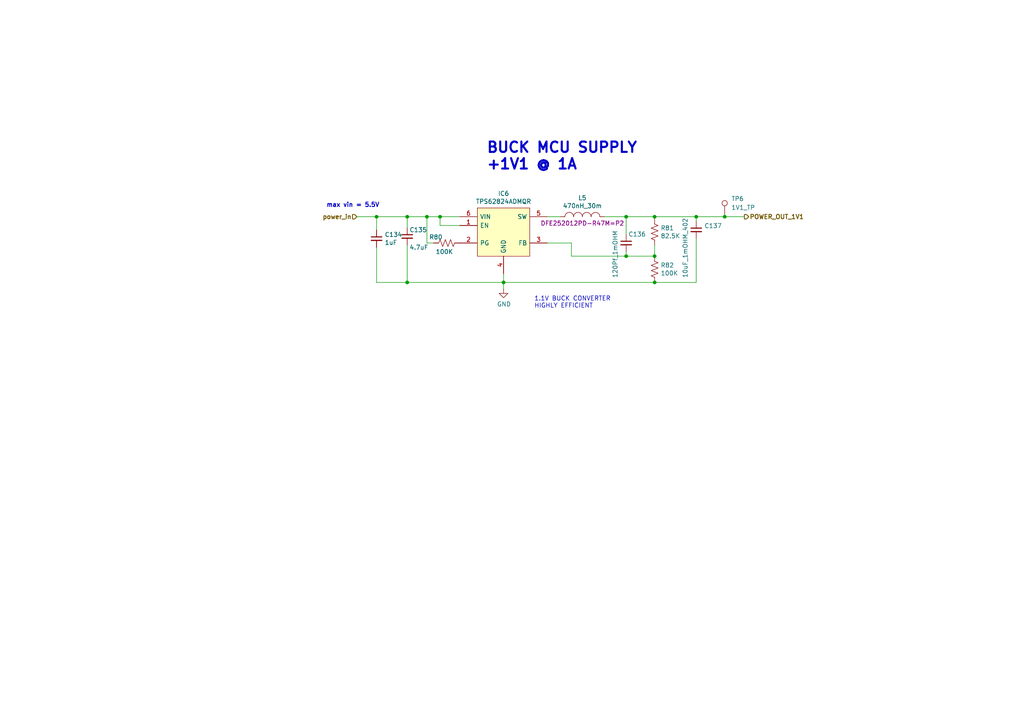
<source format=kicad_sch>
(kicad_sch (version 20211123) (generator eeschema)
  (paper "A4")
  (title_block (title "USB HUB ") (date "2022-08-30") (rev "1.0") (company "N/A") (comment 2 "Reviewed by: ") (comment 3 "Designer by: Robert Mutura"))
  (lib_symbols
    (symbol "Connector:TestPoint" (pin_numbers hide) (pin_names (offset 0.762) hide)
      (property "Reference" "TP" (at 0 6.858 0))
      (property "Value" "TestPoint" (at 0 5.08 0))
      (symbol "TestPoint_0_1"
        (circle (center 0 3.302) (radius 0.762))
      )
      (symbol "TestPoint_1_1"
        (pin passive line (at 0 0 90) (length 2.54) (name "1") (number "1"))
      )
    )
    (symbol "Device:C_Small" (pin_numbers hide) (pin_names (offset 0.254) hide)
      (property "Reference" "C" (at 0.254 1.778 0))
      (property "Value" "C_Small" (at 0.254 -2.032 0))
      (symbol "C_Small_0_1"
        (polyline (pts (xy -1.524 -0.508) (xy 1.524 -0.508)) (stroke (width 0.3302)))
        (polyline (pts (xy -1.524 0.508) (xy 1.524 0.508)) (stroke (width 0.3048)))
      )
      (symbol "C_Small_1_1"
        (pin passive line (at 0 2.54 270) (length 2.032) (name "~") (number "1"))
        (pin passive line (at 0 -2.54 90) (length 2.032) (name "~") (number "2"))
      )
    )
    (symbol "Device:R_US" (pin_numbers hide) (pin_names (offset 0))
      (property "Reference" "R" (at 2.54 0 90))
      (property "Value" "R_US" (at -2.54 0 90))
      (symbol "R_US_0_1"
        (polyline (pts (xy 0 -2.286) (xy 0 -2.54)))
        (polyline (pts (xy 0 2.286) (xy 0 2.54)))
        (polyline (pts (xy 0 -0.762) (xy 1.016 -1.143) (xy 0 -1.524) (xy -1.016 -1.905) (xy 0 -2.286)))
        (polyline (pts (xy 0 0.762) (xy 1.016 0.381) (xy 0 0) (xy -1.016 -0.381) (xy 0 -0.762)))
        (polyline (pts (xy 0 2.286) (xy 1.016 1.905) (xy 0 1.524) (xy -1.016 1.143) (xy 0 0.762)))
      )
      (symbol "R_US_1_1"
        (pin passive line (at 0 3.81 270) (length 1.27) (name "~") (number "1"))
        (pin passive line (at 0 -3.81 90) (length 1.27) (name "~") (number "2"))
      )
    )
    (symbol "USB_C_HUB-rescue:GND-OLIMEX_Power" (power) (pin_names (offset 0))
      (property "Value" "GND-OLIMEX_Power" (at 0 -3.81 0))
      (symbol "GND-OLIMEX_Power_0_1"
        (polyline (pts (xy 0 0) (xy 0 -1.27) (xy 1.27 -1.27) (xy 0 -2.54) (xy -1.27 -1.27) (xy 0 -1.27)))
      )
      (symbol "GND-OLIMEX_Power_1_1"
        (pin power_in line (at 0 0 270) (length 0) hide (name "GND") (number "1"))
      )
    )
    (symbol "USB_C_HUB-rescue:INDUCTOR_SMALL-OLIMEX_RCL" (pin_numbers hide) (pin_names (offset 0) hide)
      (property "Reference" "L" (at 0 2.54 0))
      (property "Value" "INDUCTOR_SMALL-OLIMEX_RCL" (at 0 -1.27 0))
      (symbol "INDUCTOR_SMALL-OLIMEX_RCL_0_1"
        (arc (start -2.54 0) (mid -3.81 1.27) (end -5.08 0))
        (arc (start 0 0) (mid -1.27 1.27) (end -2.54 0))
        (arc (start 2.54 0) (mid 1.27 1.27) (end 0 0))
        (arc (start 5.08 0) (mid 3.81 1.27) (end 2.54 0))
      )
      (symbol "INDUCTOR_SMALL-OLIMEX_RCL_1_1"
        (pin input line (at -6.35 0 0) (length 1.27) (name "1") (number "1"))
        (pin input line (at 6.35 0 180) (length 1.27) (name "2") (number "2"))
      )
    )
    (symbol "USB_C_HUB-rescue:TPS62824ADMQR-SamacSys_Parts" (pin_names (offset 0.762))
      (property "Reference" "IC" (at 21.59 7.62 0))
      (property "Value" "TPS62824ADMQR-SamacSys_Parts" (at 21.59 5.08 0))
      (symbol "TPS62824ADMQR-SamacSys_Parts_0_0"
        (pin passive line (at 0 -2.54 0) (length 5.08) (name "EN") (number "1"))
        (pin passive line (at 0 -7.62 0) (length 5.08) (name "PG") (number "2"))
        (pin passive line (at 25.4 -7.62 180) (length 5.08) (name "FB") (number "3"))
        (pin passive line (at 12.7 -16.51 90) (length 5.08) (name "GND") (number "4"))
        (pin passive line (at 25.4 0 180) (length 5.08) (name "SW") (number "5"))
        (pin passive line (at 0 0 0) (length 5.08) (name "VIN") (number "6"))
      )
      (symbol "TPS62824ADMQR-SamacSys_Parts_0_1"
        (polyline (pts (xy 5.08 2.54) (xy 20.32 2.54) (xy 20.32 -11.43) (xy 5.08 -11.43) (xy 5.08 2.54)) (stroke (width 0.1524)) (fill (type background)))
      )
    )
  )
  (junction (at 127.635 62.865))
  (junction (at 189.865 74.295))
  (junction (at 123.825 62.865))
  (junction (at 181.61 74.295))
  (junction (at 109.22 62.865))
  (junction (at 118.11 62.865))
  (junction (at 189.865 81.915))
  (junction (at 189.865 62.865))
  (junction (at 201.93 62.865))
  (junction (at 146.05 81.915))
  (junction (at 118.11 81.915))
  (junction (at 181.61 62.865))
  (junction (at 210.185 62.865))
  (wire (pts (xy 181.61 74.295) (xy 165.735 74.295)))
  (wire (pts (xy 109.22 62.865) (xy 118.11 62.865)))
  (wire (pts (xy 125.73 70.485) (xy 123.825 70.485)))
  (wire (pts (xy 189.865 62.865) (xy 189.865 63.5)))
  (wire (pts (xy 118.11 66.04) (xy 118.11 62.865)))
  (wire (pts (xy 109.22 66.675) (xy 109.22 62.865)))
  (wire (pts (xy 181.61 62.865) (xy 189.865 62.865)))
  (wire (pts (xy 175.26 62.865) (xy 181.61 62.865)))
  (wire (pts (xy 118.11 71.12) (xy 118.11 81.915)))
  (wire (pts (xy 165.735 70.485) (xy 158.75 70.485)))
  (wire (pts (xy 189.865 62.865) (xy 201.93 62.865)))
  (wire (pts (xy 109.22 81.915) (xy 118.11 81.915)))
  (wire (pts (xy 146.05 81.915) (xy 189.865 81.915)))
  (wire (pts (xy 146.05 83.82) (xy 146.05 81.915)))
  (wire (pts (xy 109.22 71.755) (xy 109.22 81.915)))
  (wire (pts (xy 165.735 74.295) (xy 165.735 70.485)))
  (wire (pts (xy 201.93 62.865) (xy 210.185 62.865)))
  (wire (pts (xy 210.185 62.865) (xy 215.9 62.865)))
  (wire (pts (xy 123.825 70.485) (xy 123.825 62.865)))
  (wire (pts (xy 189.865 81.915) (xy 201.93 81.915)))
  (wire (pts (xy 127.635 65.405) (xy 127.635 62.865)))
  (wire (pts (xy 210.185 62.23) (xy 210.185 62.865)))
  (wire (pts (xy 123.825 62.865) (xy 127.635 62.865)))
  (wire (pts (xy 181.61 73.025) (xy 181.61 74.295)))
  (wire (pts (xy 181.61 67.945) (xy 181.61 62.865)))
  (wire (pts (xy 189.865 71.12) (xy 189.865 74.295)))
  (wire (pts (xy 133.35 65.405) (xy 127.635 65.405)))
  (wire (pts (xy 118.11 62.865) (xy 123.825 62.865)))
  (wire (pts (xy 181.61 74.295) (xy 189.865 74.295)))
  (wire (pts (xy 201.93 64.135) (xy 201.93 62.865)))
  (wire (pts (xy 103.505 62.865) (xy 109.22 62.865)))
  (wire (pts (xy 127.635 62.865) (xy 133.35 62.865)))
  (wire (pts (xy 201.93 81.915) (xy 201.93 69.215)))
  (wire (pts (xy 146.05 81.915) (xy 118.11 81.915)))
  (wire (pts (xy 146.05 81.915) (xy 146.05 79.375)))
  (wire (pts (xy 158.75 62.865) (xy 162.56 62.865)))
  (text "BUCK MCU SUPPLY \n+1V1 @ 1A\n" (at 140.97 49.53 0) (effects (font (size 3 3) (thickness 0.6) bold) (justify left bottom)))
  (text "max vin = 5.5V\n" (at 94.615 60.325 0) (effects (font (size 1.27 1.27) bold) (justify left bottom)))
  (text "1.1V BUCK CONVERTER\nHIGHLY EFFICIENT\n" (at 154.94 89.535 0) (effects (font (size 1.27 1.27)) (justify left bottom)))
  (hierarchical_label "POWER_OUT_1V1" (shape output) (at 215.9 62.865 0) (effects (font bold)))
  (hierarchical_label "power_in" (shape input) (at 103.505 62.865 180) (effects (font bold)))
  (symbol (lib_id "Device:C_Small") (at 118.11 68.58 0) (unit 1)
    (property "Reference" "C135" (at 118.745 66.675 0) (effects (justify left)))
    (property "Value" "4.7uF" (at 118.745 71.755 0) (effects (justify left)))
    (property "Footprint" "Capacitor_SMD:C_0402_1005Metric" (effects hide))
    (property "Mfr No." " GRM155R60J475ME87D" (effects hide))
  )
  (symbol (lib_id "Device:R_US") (at 129.54 70.485 90) (unit 1)
    (property "Reference" "R80" (at 128.3716 68.7578 90) (effects (justify left)))
    (property "Value" "100K" (at 131.445 73.025 90) (effects (justify left)))
    (property "Footprint" "Resistor_SMD:R_0603_1608Metric" (effects hide))
  )
  (symbol (lib_id "Device:R_US") (at 189.865 78.105 0) (unit 1)
    (property "Reference" "R82" (at 191.5922 76.9366 0) (effects (justify left)))
    (property "Value" "100K" (at 191.5922 79.248 0) (effects (justify left)))
    (property "Footprint" "Resistor_SMD:R_0603_1608Metric" (effects hide))
    (property "Mfr No." "0603WAJ0104T5E" (effects hide))
  )
  (symbol (lib_id "USB_C_HUB-rescue:TPS62824ADMQR-SamacSys_Parts") (at 133.35 62.865 0) (unit 1)
    (property "Reference" "IC6" (at 146.05 56.134 0))
    (property "Value" "TPS62824ADMQR" (at 146.05 58.4454 0))
    (property "Footprint" "greencharge-footprints:TPS62824ADMQR" (effects hide))
    (property "Description" "Switching Voltage Regulators 2.4-V to 5.5-V input, 1-A step-down converter with forced PWM in 1.5-mm 1.5-mm QFN package 6-VSON-HR -40 to 125" (effects hide))
    (property "Height" "1" (effects hide))
    (property "Manufacturer_Name" "Texas Instruments" (effects hide))
    (property "Manufacturer_Part_Number" "TPS62824ADMQR" (effects hide))
  )
  (symbol (lib_id "USB_C_HUB-rescue:GND-OLIMEX_Power") (at 146.05 83.82 0) (unit 1)
    (property "Reference" "#PWR0168" (effects hide))
    (property "Value" "GND" (at 146.177 88.2142 0))
  )
  (symbol (lib_id "Connector:TestPoint") (at 210.185 62.23 0) (unit 1)
    (property "Reference" "TP6" (at 212.09 57.6579 0) (effects (justify left)))
    (property "Value" "1V1_TP" (at 212.09 60.1979 0) (effects (justify left)))
    (property "Footprint" "brilliant-kicad-library:TestPoint_Pad_D0.9mm" (effects hide))
  )
  (symbol (lib_id "Device:C_Small") (at 201.93 66.675 0) (unit 1)
    (property "Reference" "C137" (at 204.2668 65.5066 0) (effects (justify left)))
    (property "Value" "10uF_1mOHM_402" (at 198.755 80.645 90) (effects (justify left)))
    (property "Footprint" "Capacitor_SMD:C_0402_1005Metric" (effects hide))
    (property "Mfr No." "GRM155R60G106ME44D" (effects hide))
  )
  (symbol (lib_id "USB_C_HUB-rescue:INDUCTOR_SMALL-OLIMEX_RCL") (at 168.91 62.865 0) (unit 1)
    (property "Reference" "L5" (at 168.91 57.404 0))
    (property "Value" "470nH_30m" (at 168.91 59.7154 0))
    (property "Footprint" "greencharge-footprints:DFE252012PD-xxx" (effects hide))
    (property "Mfr No." "DFE252012PD-R47M=P2" (at 168.91 64.77 0))
  )
  (symbol (lib_id "Device:C_Small") (at 109.22 69.215 0) (unit 1)
    (property "Reference" "C134" (at 111.5568 68.0466 0) (effects (justify left)))
    (property "Value" "1uF" (at 111.5568 70.358 0) (effects (justify left)))
    (property "Footprint" "Capacitor_SMD:C_0402_1005Metric" (effects hide))
  )
  (symbol (lib_id "Device:R_US") (at 189.865 67.31 0) (unit 1)
    (property "Reference" "R81" (at 191.5922 66.1416 0) (effects (justify left)))
    (property "Value" "82.5K" (at 191.5922 68.453 0) (effects (justify left)))
    (property "Footprint" "Resistor_SMD:R_0603_1608Metric" (effects hide))
    (property "Mfr No." "CRCW060382K5FKEA" (effects hide))
  )
  (symbol (lib_id "Device:C_Small") (at 181.61 70.485 0) (unit 1)
    (property "Reference" "C136" (at 182.245 67.945 0) (effects (justify left)))
    (property "Value" "120Pf_1mOHM" (at 178.435 80.645 90) (effects (justify left)))
    (property "Footprint" "Capacitor_SMD:C_0402_1005Metric" (effects hide))
    (property "Mfr No." "0402CG121J500NT" (effects hide))
  )
)
</source>
